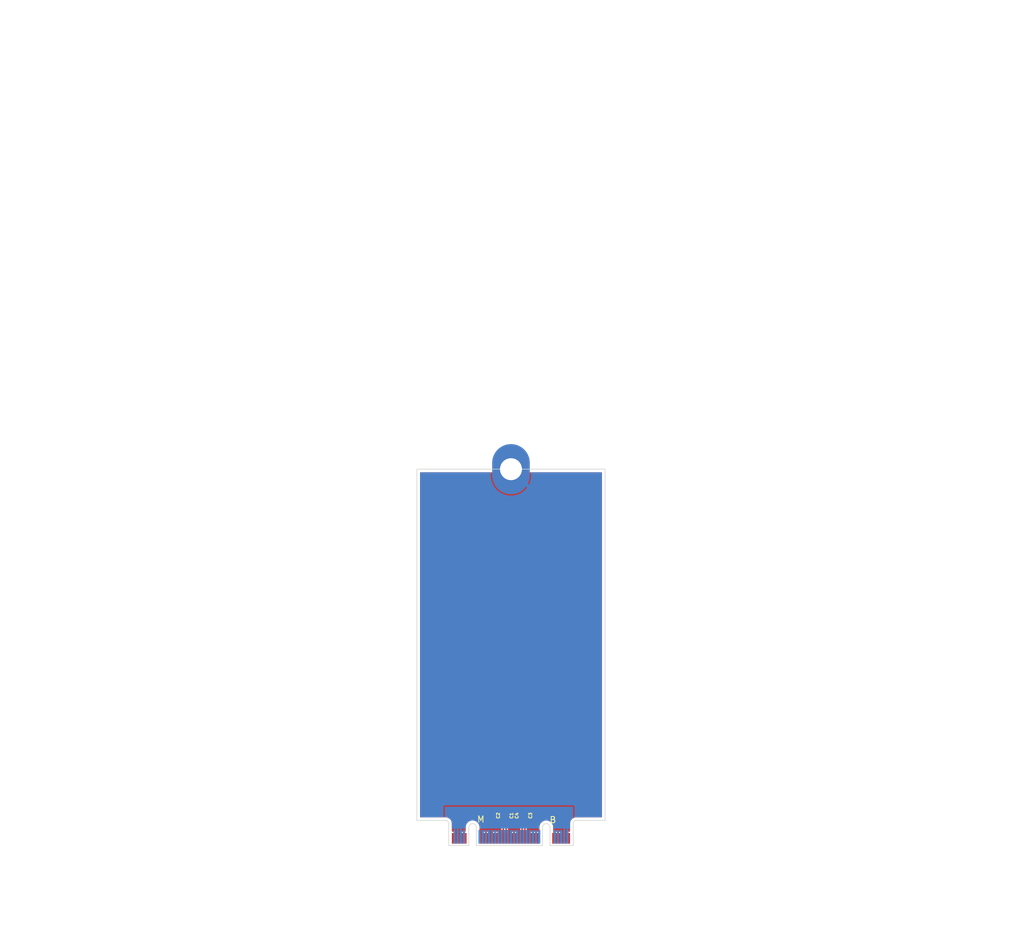
<source format=kicad_pcb>
(kicad_pcb (version 20241229) (generator "pcbnew") (generator_version "9.0")
  (layers (0 "F.Cu" signal) (2 "B.Cu" signal) (13 "F.Paste" user) (15 "B.Paste" user) (5 "F.SilkS" user "F.Silkscreen") (7 "B.SilkS" user "B.Silkscreen") (1 "F.Mask" user) (3 "B.Mask" user) (25 "Edge.Cuts" user))
  (net 0 "")
  (net 1 "/M.2 B+M Key/PET0N")
  (net 2 "/M.2 B+M Key/PET1N")
  (net 3 "/M.2 B+M Key/PET1P")
  (net 4 "/M.2 B+M Key/PET0P")
  (net 5 "/PET0+")
  (net 6 "GND")
  (net 7 "/PET1-")
  (net 8 "/PET1+")
  (net 9 "/CONFIG_3")
  (net 10 "+3.3V")
  (net 11 "/FULL_CARD_PWR_OFF#")
  (net 12 "/USB_D+")
  (net 13 "/W_DISABLE1#")
  (net 14 "/USB_D-")
  (net 15 "/GPIO_9{slash}LED#1")
  (net 16 "/GPIO_5")
  (net 17 "/CONFIG_0")
  (net 18 "/GPIO_6")
  (net 19 "/DPR")
  (net 20 "/GPIO_7")
  (net 21 "/GPIO_11")
  (net 22 "/GPIO_10")
  (net 23 "/GPIO_8")
  (net 24 "/UIM-RESET")
  (net 25 "/UIM-CLK")
  (net 26 "/UIM-DATA")
  (net 27 "/PER1-")
  (net 28 "/UIM-PWR")
  (net 29 "/PER1+")
  (net 30 "/DEVSLP")
  (net 31 "/GPIO_0")
  (net 32 "/GPIO_1")
  (net 33 "/GPIO_2")
  (net 34 "/GPIO_3")
  (net 35 "/PER0-")
  (net 36 "/GPIO_4")
  (net 37 "/PER0+")
  (net 38 "/PERST#")
  (net 39 "/CLKREQ#")
  (net 40 "/REFCLK-")
  (net 41 "/PEWAKE#")
  (net 42 "/REFCLK+")
  (net 45 "/RESET#")
  (net 46 "/SUSCLK")
  (net 47 "/CONFIG_1")
  (net 48 "/CONFIG_2")
  (net 49 "/PET0-")
  (footprint "Capacitor_SMD:C_0201_0603Metric" (layer "F.Cu") (at 112.86 154.82 90)
    (property "Reference" "C3" (at 0 0.75 90) (layer "F.SilkS") (effects (font (size 0.5 0.5))))
    (property "Value" "220nF")
    (pad "1" smd roundrect (at -0.32 0 90) (size 0.46 0.4) (layers "F.Cu" "F.Mask") (net 2 "/M.2 B+M Key/PET1N"))
    (pad "2" smd roundrect (at 0.32 0 90) (size 0.46 0.4) (layers "F.Cu" "F.Mask") (net 7 "/PET1-"))
  )
  (footprint "Capacitor_SMD:C_0201_0603Metric" (layer "F.Cu") (at 109.86 154.82 90)
    (property "Reference" "C1" (at 0 0.73 90) (layer "F.SilkS") (effects (font (size 0.5 0.5))))
    (property "Value" "220nF")
    (pad "1" smd roundrect (at -0.32 0 90) (size 0.46 0.4) (layers "F.Cu" "F.Mask") (net 1 "/M.2 B+M Key/PET0N"))
    (pad "2" smd roundrect (at 0.32 0 90) (size 0.46 0.4) (layers "F.Cu" "F.Mask") (net 49 "/PET0-"))
  )
  (footprint "Capacitor_SMD:C_0201_0603Metric" (layer "F.Cu") (at 112.16 154.82 90)
    (property "Reference" "C4" (at 0 -0.71 90) (layer "F.SilkS") (effects (font (size 0.5 0.5))))
    (property "Value" "220nF")
    (pad "1" smd roundrect (at -0.32 0 90) (size 0.46 0.4) (layers "F.Cu" "F.Mask") (net 3 "/M.2 B+M Key/PET1P"))
    (pad "2" smd roundrect (at 0.32 0 90) (size 0.46 0.4) (layers "F.Cu" "F.Mask") (net 8 "/PET1+"))
  )
  (footprint "Capacitor_SMD:C_0201_0603Metric" (layer "F.Cu") (at 109.16 154.82 90)
    (property "Reference" "C2" (at 0 -0.7 90) (layer "F.SilkS") (effects (font (size 0.5 0.5))))
    (property "Value" "220nF")
    (pad "1" smd roundrect (at -0.32 0 90) (size 0.46 0.4) (layers "F.Cu" "F.Mask") (net 4 "/M.2 B+M Key/PET0P"))
    (pad "2" smd roundrect (at 0.32 0 90) (size 0.46 0.4) (layers "F.Cu" "F.Mask") (net 5 "/PET0+"))
  )
  (footprint "PCIexpress:M.2 B+M Key Connector" (layer "F.Cu") (at 110.51 158.48)
    (property "Reference" "J1")
    (property "Value" "~")
    (fp_line (start -11 -2.89) (end -10.425 -2.89) (stroke (width 0.1)) (layer "Edge.Cuts"))
    (fp_line (start -9.925 -2.39) (end -9.925 1.11) (stroke (width 0.1)) (layer "Edge.Cuts"))
    (fp_line (start -6.72 -1.79) (end -6.72 1.11) (stroke (width 0.1)) (layer "Edge.Cuts"))
    (fp_line (start -6.72 1.11) (end -9.925 1.11) (stroke (width 0.1)) (layer "Edge.Cuts"))
    (fp_line (start -5.52 -1.79) (end -5.52 1.11) (stroke (width 0.1)) (layer "Edge.Cuts"))
    (fp_line (start -5.52 1.11) (end 5.03 1.11) (stroke (width 0.1)) (layer "Edge.Cuts"))
    (fp_line (start 5.03 -1.79) (end 5.03 1.11) (stroke (width 0.1)) (layer "Edge.Cuts"))
    (fp_line (start 6.23 -1.79) (end 6.23 1.11) (stroke (width 0.1)) (layer "Edge.Cuts"))
    (fp_line (start 6.23 1.11) (end 9.925 1.11) (stroke (width 0.1)) (layer "Edge.Cuts"))
    (fp_line (start 9.925 -2.39) (end 9.925 1.11) (stroke (width 0.1)) (layer "Edge.Cuts"))
    (fp_line (start 10.425 -2.89) (end 11 -2.89) (stroke (width 0.1)) (layer "Edge.Cuts"))
    (fp_arc (start -10.425 -2.89) (mid -10.071447 -2.743553) (end -9.925 -2.39) (stroke (width 0.1)) (layer "Edge.Cuts"))
    (fp_arc (start -6.72 -1.79) (mid -6.12 -2.39) (end -5.52 -1.79) (stroke (width 0.1)) (layer "Edge.Cuts"))
    (fp_arc (start 5.03 -1.79) (mid 5.63 -2.39) (end 6.23 -1.79) (stroke (width 0.1)) (layer "Edge.Cuts"))
    (fp_arc (start 9.925 -2.39) (mid 10.071447 -2.743553) (end 10.425 -2.89) (stroke (width 0.1)) (layer "Edge.Cuts"))
    (fp_text user "M" (at -5.475 -2.49 0) (layer "F.SilkS") (effects (justify left bottom)))
    (fp_text user "B" (at 6.085 -2.395 0) (layer "F.SilkS") (effects (justify left bottom)))
    (pad "1" smd rect (at 9.25 -0.04 180) (size 0.35 1.7) (layers "F.Cu") (net 9 "/CONFIG_3"))
    (pad "2" smd rect (at 9 -0.29 180) (size 0.35 2.2) (layers "B.Cu") (net 10 "+3.3V"))
    (pad "3" smd rect (at 8.75 -0.04 180) (size 0.35 1.7) (layers "F.Cu") (net 6 "GND"))
    (pad "4" smd rect (at 8.5 -0.29 180) (size 0.35 2.2) (layers "B.Cu") (net 10 "+3.3V"))
    (pad "5" smd rect (at 8.25 -0.04 180) (size 0.35 1.7) (layers "F.Cu") (net 6 "GND"))
    (pad "6" smd rect (at 8 -0.29 180) (size 0.35 2.2) (layers "B.Cu") (net 11 "/FULL_CARD_PWR_OFF#"))
    (pad "7" smd rect (at 7.75 -0.04 180) (size 0.35 1.7) (layers "F.Cu") (net 12 "/USB_D+"))
    (pad "8" smd rect (at 7.5 -0.29 180) (size 0.35 2.2) (layers "B.Cu") (net 13 "/W_DISABLE1#"))
    (pad "9" smd rect (at 7.25 -0.04 180) (size 0.35 1.7) (layers "F.Cu") (net 14 "/USB_D-"))
    (pad "10" smd rect (at 7 -0.29 180) (size 0.35 2.2) (layers "B.Cu") (net 15 "/GPIO_9{slash}LED#1"))
    (pad "11" smd rect (at 6.75 -0.04 180) (size 0.35 1.7) (layers "F.Cu") (net 6 "GND"))
    (pad "20" smd rect (at 4.5 -0.29 180) (size 0.35 2.2) (layers "B.Cu") (net 16 "/GPIO_5"))
    (pad "21" smd rect (at 4.25 -0.04 180) (size 0.35 1.7) (layers "F.Cu") (net 17 "/CONFIG_0"))
    (pad "22" smd rect (at 4 -0.29 180) (size 0.35 2.2) (layers "B.Cu") (net 18 "/GPIO_6"))
    (pad "23" smd rect (at 3.75 -0.04 180) (size 0.35 1.7) (layers "F.Cu") (net 19 "/DPR"))
    (pad "24" smd rect (at 3.5 -0.29 180) (size 0.35 2.2) (layers "B.Cu") (net 20 "/GPIO_7"))
    (pad "25" smd rect (at 3.25 -0.04 180) (size 0.35 1.7) (layers "F.Cu") (net 21 "/GPIO_11"))
    (pad "26" smd rect (at 3 -0.29 180) (size 0.35 2.2) (layers "B.Cu") (net 22 "/GPIO_10"))
    (pad "27" smd rect (at 2.75 -0.04 180) (size 0.35 1.7) (layers "F.Cu") (net 6 "GND"))
    (pad "28" smd rect (at 2.5 -0.29 180) (size 0.35 2.2) (layers "B.Cu") (net 23 "/GPIO_8"))
    (pad "29" smd rect (at 2.25 -0.04 180) (size 0.35 1.7) (layers "F.Cu") (net 2 "/M.2 B+M Key/PET1N"))
    (pad "30" smd rect (at 2 -0.29 180) (size 0.35 2.2) (layers "B.Cu") (net 24 "/UIM-RESET"))
    (pad "31" smd rect (at 1.75 -0.04 180) (size 0.35 1.7) (layers "F.Cu") (net 3 "/M.2 B+M Key/PET1P"))
    (pad "32" smd rect (at 1.5 -0.29 180) (size 0.35 2.2) (layers "B.Cu") (net 25 "/UIM-CLK"))
    (pad "33" smd rect (at 1.25 -0.04 180) (size 0.35 1.7) (layers "F.Cu") (net 6 "GND"))
    (pad "34" smd rect (at 1 -0.29 180) (size 0.35 2.2) (layers "B.Cu") (net 26 "/UIM-DATA"))
    (pad "35" smd rect (at 0.75 -0.04 180) (size 0.35 1.7) (layers "F.Cu") (net 27 "/PER1-"))
    (pad "36" smd rect (at 0.5 -0.29 180) (size 0.35 2.2) (layers "B.Cu") (net 28 "/UIM-PWR"))
    (pad "37" smd rect (at 0.25 -0.04 180) (size 0.35 1.7) (layers "F.Cu") (net 29 "/PER1+"))
    (pad "38" smd rect (at 0 -0.29 180) (size 0.35 2.2) (layers "B.Cu") (net 30 "/DEVSLP"))
    (pad "39" smd rect (at -0.25 -0.04 180) (size 0.35 1.7) (layers "F.Cu") (net 6 "GND"))
    (pad "40" smd rect (at -0.5 -0.29 180) (size 0.35 2.2) (layers "B.Cu") (net 31 "/GPIO_0"))
    (pad "41" smd rect (at -0.75 -0.04 180) (size 0.35 1.7) (layers "F.Cu") (net 1 "/M.2 B+M Key/PET0N"))
    (pad "42" smd rect (at -1 -0.29 180) (size 0.35 2.2) (layers "B.Cu") (net 32 "/GPIO_1"))
    (pad "43" smd rect (at -1.25 -0.04 180) (size 0.35 1.7) (layers "F.Cu") (net 4 "/M.2 B+M Key/PET0P"))
    (pad "44" smd rect (at -1.5 -0.29 180) (size 0.35 2.2) (layers "B.Cu") (net 33 "/GPIO_2"))
    (pad "45" smd rect (at -1.75 -0.04 180) (size 0.35 1.7) (layers "F.Cu") (net 6 "GND"))
    (pad "46" smd rect (at -2 -0.29 180) (size 0.35 2.2) (layers "B.Cu") (net 34 "/GPIO_3"))
    (pad "47" smd rect (at -2.25 -0.04 180) (size 0.35 1.7) (layers "F.Cu") (net 35 "/PER0-"))
    (pad "48" smd rect (at -2.5 -0.29 180) (size 0.35 2.2) (layers "B.Cu") (net 36 "/GPIO_4"))
    (pad "49" smd rect (at -2.75 -0.04 180) (size 0.35 1.7) (layers "F.Cu") (net 37 "/PER0+"))
    (pad "50" smd rect (at -3 -0.29 180) (size 0.35 2.2) (layers "B.Cu") (net 38 "/PERST#"))
    (pad "51" smd rect (at -3.25 -0.04 180) (size 0.35 1.7) (layers "F.Cu") (net 6 "GND"))
    (pad "52" smd rect (at -3.5 -0.29 180) (size 0.35 2.2) (layers "B.Cu") (net 39 "/CLKREQ#"))
    (pad "53" smd rect (at -3.75 -0.04 180) (size 0.35 1.7) (layers "F.Cu") (net 40 "/REFCLK-"))
    (pad "54" smd rect (at -4 -0.29 180) (size 0.35 2.2) (layers "B.Cu") (net 41 "/PEWAKE#"))
    (pad "55" smd rect (at -4.25 -0.04 180) (size 0.35 1.7) (layers "F.Cu") (net 42 "/REFCLK+"))
    (pad "56" smd rect (at -4.5 -0.29 180) (size 0.35 2.2) (layers "B.Cu"))
    (pad "57" smd rect (at -4.75 -0.04 180) (size 0.35 1.7) (layers "F.Cu") (net 6 "GND"))
    (pad "58" smd rect (at -5 -0.29 180) (size 0.35 2.2) (layers "B.Cu"))
    (pad "67" smd rect (at -7.25 -0.04 180) (size 0.35 1.7) (layers "F.Cu") (net 45 "/RESET#"))
    (pad "68" smd rect (at -7.5 -0.29 180) (size 0.35 2.2) (layers "B.Cu") (net 46 "/SUSCLK"))
    (pad "69" smd rect (at -7.75 -0.04 180) (size 0.35 1.7) (layers "F.Cu") (net 47 "/CONFIG_1"))
    (pad "70" smd rect (at -8 -0.29 180) (size 0.35 2.2) (layers "B.Cu") (net 10 "+3.3V"))
    (pad "71" smd rect (at -8.25 -0.04 180) (size 0.35 1.7) (layers "F.Cu") (net 6 "GND"))
    (pad "72" smd rect (at -8.5 -0.29 180) (size 0.35 2.2) (layers "B.Cu") (net 10 "+3.3V"))
    (pad "73" smd rect (at -8.75 -0.04 180) (size 0.35 1.7) (layers "F.Cu") (net 6 "GND"))
    (pad "74" smd rect (at -9 -0.29 180) (size 0.35 2.2) (layers "B.Cu") (net 10 "+3.3V"))
    (pad "75" smd rect (at -9.25 -0.04 180) (size 0.35 1.7) (layers "F.Cu") (net 48 "/CONFIG_2"))
  )
  (footprint "Athena KiCAd library:M.2 Mounting Pad" (layer "F.Cu") (at 110.51 99.59)
    (property "Reference" "H1")
    (property "Value" "MountingHole_Pad")
    (pad "1" thru_hole circle (at 0 0) (size 5.5 5.5) (drill 3.5) (property pad_prop_castellated) (layers "*.Cu" "*.Mask") (net 6 "GND") (padstack (mode front_inner_back) (layer "Inner" (shape circle) (size 5.5 5.5)) (layer "B.Cu" (shape oval) (size 6 8))))
  )
  (gr_line (start 121.51 155.59) (end 125.51 155.59) (stroke (width 0.1)) (layer "Edge.Cuts"))
  (gr_line (start 125.51 99.59) (end 95.51 99.59) (stroke (width 0.1)) (layer "Edge.Cuts"))
  (gr_line (start 99.51 155.59) (end 95.51 155.59) (stroke (width 0.1)) (layer "Edge.Cuts"))
  (gr_line (start 95.51 99.59) (end 95.51 155.59) (stroke (width 0.1)) (layer "Edge.Cuts"))
  (gr_line (start 125.51 155.59) (end 125.51 99.59) (stroke (width 0.1)) (layer "Edge.Cuts"))
  (segment (start 109.735 155.610001) (end 109.86 155.485001) (width 0.2) (layer "F.Cu") (net 1))
  (segment (start 109.76 157.164999) (end 109.735 157.139999) (width 0.2) (layer "F.Cu") (net 1))
  (segment (start 109.86 155.485001) (end 109.86 155.14) (width 0.2) (layer "F.Cu") (net 1))
  (segment (start 109.76 158.44) (end 109.76 157.164999) (width 0.2) (layer "F.Cu") (net 1))
  (segment (start 109.735 157.139999) (end 109.735 155.610001) (width 0.2) (layer "F.Cu") (net 1))
  (segment (start 112.735 155.610001) (end 112.86 155.485001) (width 0.2) (layer "F.Cu") (net 2))
  (segment (start 112.76 157.164999) (end 112.735 157.139999) (width 0.2) (layer "F.Cu") (net 2))
  (segment (start 112.86 155.485001) (end 112.86 155.14) (width 0.2) (layer "F.Cu") (net 2))
  (segment (start 112.735 157.139999) (end 112.735 155.610001) (width 0.2) (layer "F.Cu") (net 2))
  (segment (start 112.76 158.44) (end 112.76 157.164999) (width 0.2) (layer "F.Cu") (net 2))
  (segment (start 112.285 155.610001) (end 112.16 155.485001) (width 0.2) (layer "F.Cu") (net 3))
  (segment (start 112.16 155.485001) (end 112.16 155.14) (width 0.2) (layer "F.Cu") (net 3))
  (segment (start 112.26 157.164999) (end 112.285 157.139999) (width 0.2) (layer "F.Cu") (net 3))
  (segment (start 112.26 158.44) (end 112.26 157.164999) (width 0.2) (layer "F.Cu") (net 3))
  (segment (start 112.285 157.139999) (end 112.285 155.610001) (width 0.2) (layer "F.Cu") (net 3))
  (segment (start 109.26 158.44) (end 109.26 157.164999) (width 0.2) (layer "F.Cu") (net 4))
  (segment (start 109.16 155.485001) (end 109.16 155.14) (width 0.2) (layer "F.Cu") (net 4))
  (segment (start 109.26 157.164999) (end 109.285 157.139999) (width 0.2) (layer "F.Cu") (net 4))
  (segment (start 109.285 155.610001) (end 109.16 155.485001) (width 0.2) (layer "F.Cu") (net 4))
  (segment (start 109.285 157.139999) (end 109.285 155.610001) (width 0.2) (layer "F.Cu") (net 4))
  (zone (net 6) (net_name "GND") (layers "F.Cu" "B.Cu") (connect_pads (clearance 0.2)) (min_thickness 0.15) (fill yes (thermal_gap 0.2) (thermal_bridge_width 0.5))
    (polygon (pts (xy 125.51 157.98) (xy 125.51 49.59) (xy 95.51 49.59) (xy 95.51 157.98)))
  )
  (zone (net 10) (net_name "+3.3V") (layer "B.Cu") (priority 1) (connect_pads (clearance 0.2)) (min_thickness 0.1) (fill yes (thermal_gap 0.2) (thermal_bridge_width 0.25))
    (polygon (pts (xy 120.43 157.77) (xy 120.43 153.405) (xy 120.415 153.39) (xy 99.96 153.39) (xy 99.96 158.02) (xy 120.18 158.02)))
  )
)
</source>
